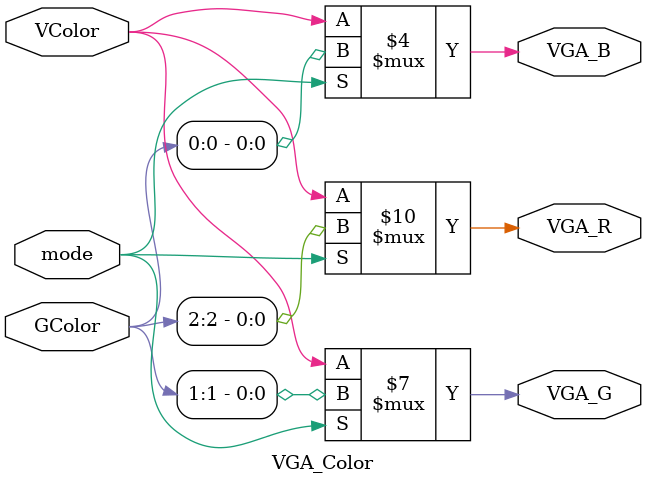
<source format=v>
`timescale 1ns / 1ps
module VGA_Color(
    input mode,
    input [2:0] GColor,
    input VColor,
    output reg VGA_R,
    output reg VGA_G,
    output reg VGA_B
    );

    always @ * begin  //×ª»»VGAÑÕÉ«Êý¾Ý
        if(mode == 0) begin  //ÊäÈëÄ£Ê½ÎªºÚ°×
            VGA_R <= VColor;
            VGA_G <= VColor;
            VGA_B <= VColor;
        end else begin  //ÓÎÏ·Ä£Ê½Îª3Î»É«
            VGA_R <= GColor[2];
            VGA_G <= GColor[1];
            VGA_B <= GColor[0];
        end
    end

endmodule

</source>
